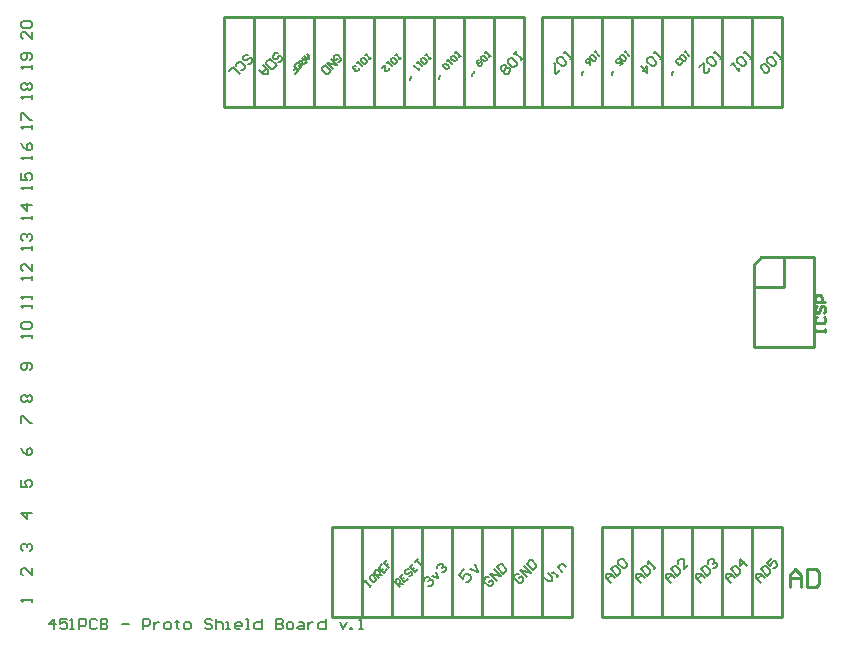
<source format=gbr>
%FSTAX23Y23*%
%MOIN*%
%SFA1B1*%

%IPPOS*%
%ADD16C,0.010000*%
%ADD17C,0.007870*%
%ADD18C,0.005000*%
%LN451PCB-COM_Arduino_ProtoShield_Board_v1_legend_top*%
%LPD*%
G54D16*
X0069Y0175D02*
Y0205D01*
X0079Y0175D02*
Y0205D01*
X0089Y0175D02*
Y0205D01*
X0099Y0175D02*
Y0205D01*
X0109Y0175D02*
Y0205D01*
X0119Y0175D02*
Y0205D01*
X0129Y0175D02*
Y0205D01*
X0139Y0175D02*
Y0205D01*
X0149Y0175D02*
Y0205D01*
X0159Y0175D02*
Y0205D01*
X0169Y0175D02*
Y0205D01*
X0175Y0175D02*
Y0205D01*
X0185Y0175D02*
Y0205D01*
X0195Y0175D02*
Y0205D01*
X0205Y0175D02*
Y0205D01*
X0215Y0175D02*
Y0205D01*
X0225Y0175D02*
Y0205D01*
X0235Y0175D02*
Y0205D01*
X0245Y0175D02*
Y0205D01*
X0255Y0175D02*
Y0205D01*
Y0005D02*
Y0035D01*
X0245Y0005D02*
Y0035D01*
X0235Y0005D02*
Y0035D01*
X0225Y0005D02*
Y0035D01*
X0215Y0005D02*
Y0035D01*
X0205Y0005D02*
Y0035D01*
X0195Y0005D02*
Y0035D01*
X0185Y0005D02*
Y0035D01*
X0175Y0005D02*
Y0035D01*
X0165Y0005D02*
Y0035D01*
X0155Y0005D02*
Y0035D01*
X0145Y0005D02*
Y0035D01*
X0135Y0005D02*
Y0035D01*
X0125Y0005D02*
Y0035D01*
X0105Y0005D02*
Y0035D01*
X0115Y0005D02*
Y0035D01*
X0169Y0175D02*
Y0185D01*
X0159Y0175D02*
X0169D01*
X0069D02*
Y0185D01*
Y0175D02*
X0159D01*
X0169Y0195D02*
Y0205D01*
X0069D02*
X0159D01*
X0069Y0195D02*
Y0205D01*
X0159D02*
X0169D01*
X0165Y0175D02*
X0255D01*
X0175D02*
Y0185D01*
Y0175D02*
X0255D01*
Y0185*
X0175Y0205D02*
X0255D01*
X0175Y0195D02*
Y0205D01*
X0185Y0025D02*
Y0035D01*
X0105Y0025D02*
Y0035D01*
X0185*
Y0005D02*
Y0015D01*
X0105Y0005D02*
X0185D01*
X0248Y01248D02*
X02655D01*
X02455Y01223D02*
X0248Y01248D01*
X02455Y00948D02*
Y01223D01*
X02555Y01148D02*
Y01248D01*
X02455Y01148D02*
X02555D01*
X02655Y00948D02*
Y01248D01*
X02455Y00948D02*
X02655D01*
X0165Y0035D02*
X0175D01*
X0195Y0025D02*
Y003D01*
X0205Y0035D02*
X0255D01*
Y0025D02*
Y0035D01*
X0195D02*
X0205D01*
X0195Y003D02*
Y0035D01*
Y0005D02*
Y001D01*
Y0005D02*
X0205D01*
X0255D02*
Y0015D01*
X0205Y0005D02*
X0255D01*
X0195Y001D02*
Y0015D01*
X02575D02*
Y00189D01*
X02594Y00209*
X02614Y00189*
Y0015*
Y00179*
X02575*
X02634Y00209D02*
Y0015D01*
X02664*
X02674Y0016*
Y00199*
X02664Y00209*
X02634*
G54D17*
X0005Y001D02*
Y00111D01*
Y00105*
X00014*
X0002Y001*
Y00271D02*
X00014Y00277D01*
Y00288*
X0002Y00294*
X00026*
X00032Y00288*
Y00283*
Y00288*
X00038Y00294*
X00044*
X0005Y00288*
Y00277*
X00044Y00271*
X0005Y00395D02*
X00014D01*
X00032Y00377*
Y00401*
X00014Y00507D02*
Y00483D01*
X00032*
X00026Y00495*
Y00501*
X00032Y00507*
X00044*
X0005Y00501*
Y00489*
X00044Y00483*
X00014Y00613D02*
X0002Y00601D01*
X00032Y0059*
X00044*
X0005Y00595*
Y00607*
X00044Y00613*
X00038*
X00032Y00607*
Y0059*
X00014Y00696D02*
Y00719D01*
X0002*
X00044Y00696*
X0005*
X0002Y00767D02*
X00014Y00773D01*
Y00784*
X0002Y0079*
X00026*
X00032Y00784*
X00038Y0079*
X00044*
X0005Y00784*
Y00773*
X00044Y00767*
X00038*
X00032Y00773*
X00026Y00767*
X0002*
X00044Y00873D02*
X0005Y00879D01*
Y00891*
X00044Y00896*
X0002*
X00014Y00891*
Y00879*
X0002Y00873*
X00026*
X00032Y00879*
Y00896*
X0005Y00979D02*
Y00991D01*
Y00985*
X00014*
X0002Y00979*
Y01009D02*
X00014Y01015D01*
Y01026*
X0002Y01032*
X00044*
X0005Y01026*
Y01015*
X00044Y01009*
X0002*
X0005Y0108D02*
Y01091D01*
Y01085*
X00014*
X0002Y0108*
X0005Y01109D02*
Y01121D01*
Y01115*
X00014*
X0002Y01109*
X0005Y01174D02*
Y01186D01*
Y0118*
X00014*
X0002Y01174*
X0005Y01227D02*
Y01203D01*
X00026Y01227*
X0002*
X00014Y01221*
Y01209*
X0002Y01203*
X0005Y01274D02*
Y01286D01*
Y0128*
X00014*
X0002Y01274*
Y01304D02*
X00014Y0131D01*
Y01322*
X0002Y01327*
X00026*
X00032Y01322*
Y01316*
Y01322*
X00038Y01327*
X00044*
X0005Y01322*
Y0131*
X00044Y01304*
X0005Y01375D02*
Y01386D01*
Y01381*
X00014*
X0002Y01375*
X0005Y01422D02*
X00014D01*
X00032Y01404*
Y01428*
X0005Y01475D02*
Y01487D01*
Y01481*
X00014*
X0002Y01475*
X00014Y01528D02*
Y01505D01*
X00032*
X00026Y01516*
Y01522*
X00032Y01528*
X00044*
X0005Y01522*
Y0151*
X00044Y01505*
X0005Y01575D02*
Y01587D01*
Y01581*
X00014*
X0002Y01575*
X00014Y01629D02*
X0002Y01617D01*
X00032Y01605*
X00044*
X0005Y01611*
Y01623*
X00044Y01629*
X00038*
X00032Y01623*
Y01605*
X0005Y01676D02*
Y01688D01*
Y01682*
X00014*
X0002Y01676*
X00014Y01705D02*
Y01729D01*
X0002*
X00044Y01705*
X0005*
Y01776D02*
Y01788D01*
Y01782*
X00014*
X0002Y01776*
Y01806D02*
X00014Y01812D01*
Y01823*
X0002Y01829*
X00026*
X00032Y01823*
X00038Y01829*
X00044*
X0005Y01823*
Y01812*
X00044Y01806*
X00038*
X00032Y01812*
X00026Y01806*
X0002*
X0005Y01876D02*
Y01888D01*
Y01882*
X00014*
X0002Y01876*
X00044Y01906D02*
X0005Y01912D01*
Y01924*
X00044Y0193*
X0002*
X00014Y01924*
Y01912*
X0002Y01906*
X00026*
X00032Y01912*
Y0193*
X0005Y02D02*
Y01977D01*
X00026Y02*
X0002*
X00014Y01995*
Y01983*
X0002Y01977*
Y02012D02*
X00014Y02018D01*
Y0203*
X0002Y02036*
X00044*
X0005Y0203*
Y02018*
X00044Y02012*
X0002*
X01068Y01898D02*
X01074D01*
X01081Y01905*
Y01911*
X01068Y01924*
X01061*
X01055Y01918*
Y01911*
X01061Y01905*
X01068Y01911*
X01045Y01908D02*
X01065Y01888D01*
X01032Y01895*
X01052Y01875*
X01045Y01869D02*
X01026Y01888D01*
X01016Y01879*
Y01872*
X01029Y01859*
X01035*
X01045Y01869*
X01687Y01912D02*
X01679Y01905D01*
X01683Y01909*
X01661Y01931*
X01665Y01935*
X01657Y01927*
Y01883D02*
X01665Y0189D01*
Y01897*
X0165Y01912*
X01642*
X01635Y01905*
Y01897*
X0165Y01883*
X01657*
X01642Y01875D02*
Y01868D01*
X01635Y0186*
X01627*
X01624Y01864*
Y01871*
X01616*
X01613Y01875*
Y01883*
X0162Y0189*
X01627*
X01631Y01886*
Y01879*
X01639*
X01642Y01875*
X01631Y01879D02*
X01624Y01871D01*
X01852Y01915D02*
X01844Y01908D01*
X01848Y01911*
X01826Y01934*
X0183Y01937*
X01822Y0193*
Y01885D02*
X0183Y01893D01*
Y019*
X01815Y01915*
X01807*
X018Y01908*
Y019*
X01815Y01885*
X01822*
X01811Y01874D02*
X01796Y0186D01*
X01792Y01863*
Y01893*
X01789Y01897*
X02152Y01915D02*
X02144Y01908D01*
X02148Y01911*
X02126Y01934*
X0213Y01937*
X02122Y0193*
Y01885D02*
X0213Y01893D01*
Y019*
X02115Y01915*
X02107*
X021Y01908*
Y019*
X02115Y01885*
X02122*
X02078D02*
X021Y01863D01*
Y01885*
X02085Y01871*
X02352Y01915D02*
X02344Y01908D01*
X02348Y01911*
X02326Y01934*
X0233Y01937*
X02322Y0193*
Y01885D02*
X0233Y01893D01*
Y019*
X02315Y01915*
X02307*
X023Y01908*
Y019*
X02315Y01885*
X02322*
X02274Y01882D02*
X02289Y01897D01*
Y01867*
X02292Y01863*
X023*
X02307Y01871*
Y01878*
X02452Y01915D02*
X02444Y01908D01*
X02448Y01911*
X02426Y01934*
X0243Y01937*
X02422Y0193*
Y01885D02*
X0243Y01893D01*
Y019*
X02415Y01915*
X02407*
X024Y01908*
Y019*
X02415Y01885*
X02422*
X02389Y01897D02*
X02381Y01889D01*
X02385Y01893*
X02407Y01871*
Y01878*
X02552Y01915D02*
X02544Y01908D01*
X02548Y01911*
X02526Y01934*
X0253Y01937*
X02522Y0193*
Y01885D02*
X0253Y01893D01*
Y019*
X02515Y01915*
X02507*
X025Y01908*
Y019*
X02515Y01885*
X02522*
X02507Y01878D02*
Y01871D01*
X025Y01863*
X02492*
X02478Y01878*
Y01885*
X02485Y01893*
X02492*
X02507Y01878*
X0149Y00208D02*
X01472Y00189D01*
X01486Y00175*
X0149Y00189*
X01495Y00194*
X01504*
X01513Y00185*
Y00175*
X01504Y00166*
X01495*
X01509Y00208D02*
X01537Y00199D01*
X01527Y00227*
X01356Y00168D02*
Y00175D01*
X01363Y00183*
X01371*
X01375Y00179*
Y00172*
X01371Y00168*
X01375Y00172*
X01382*
X01386Y00168*
Y00161*
X01378Y00153*
X01371*
X01382Y00187D02*
X01404Y00179D01*
X01397Y00201*
X014Y00213D02*
Y0022D01*
X01408Y00227*
X01415*
X01419Y00224*
Y00216*
X01415Y00213*
X01419Y00216*
X01426*
X0143Y00213*
Y00205*
X01423Y00198*
X01415*
X00868Y01899D02*
X00876D01*
X00883Y01906*
Y01914*
X00879Y01918*
X00872*
X00865Y0191*
X00857*
X00853Y01914*
Y01921*
X00861Y01929*
X00868*
X00865Y01888D02*
X00842Y0191D01*
X00831Y01899*
Y01892*
X00846Y01877*
X00853*
X00865Y01888*
X0082D02*
X00835Y01873D01*
Y01858*
X0082*
X00805Y01873*
X00816Y01862*
X00831Y01877*
X00768Y01894D02*
X00776D01*
X00783Y01901*
Y01909*
X00779Y01913*
X00772*
X00765Y01905*
X00757*
X00753Y01909*
Y01916*
X00761Y01924*
X00768*
X00746Y01872D02*
X00753D01*
X00761Y01879*
Y01887*
X00746Y01901*
X00739*
X00731Y01894*
Y01887*
X00742Y01861D02*
X0072Y01883D01*
X00705Y01868*
G54D18*
X00965Y01927D02*
X00974Y01918D01*
Y01909*
X00965*
X00955Y01918*
X00962Y01911*
X00972Y0192*
X0095Y01913D02*
X00965Y01899D01*
X00957Y01892*
X00953*
X00948Y01897*
Y01902*
X00955Y01909*
X0095Y01904D02*
X00941D01*
Y01876D02*
X0095Y01885D01*
X00936Y01899*
X00927Y0189*
X00943Y01892D02*
X00939Y01887D01*
X00927Y01861D02*
X00936Y01871D01*
X00929Y01878*
X00924Y01873*
X00929Y01878*
X00922Y01885*
X01179Y01913D02*
X01174Y01909D01*
X01176Y01911*
X01162Y01925*
X01165Y01927*
X0116Y01923*
Y01894D02*
X01165Y01899D01*
Y01904*
X01155Y01913*
X0115*
X01146Y01909*
Y01904*
X01155Y01894*
X0116*
X01139Y01902D02*
X01134Y01897D01*
X01136Y01899*
X0115Y01885*
Y0189*
X01139Y01878D02*
Y01873D01*
X01134Y01869*
X01129*
X01127Y01871*
Y01876*
X01129Y01878*
X01127Y01876*
X01122*
X0112Y01878*
Y01883*
X01124Y01887*
X01129*
X01279Y01913D02*
X01274Y01909D01*
X01276Y01911*
X01262Y01925*
X01265Y01927*
X0126Y01923*
Y01894D02*
X01265Y01899D01*
Y01904*
X01255Y01913*
X0125*
X01246Y01909*
Y01904*
X01255Y01894*
X0126*
X01239Y01902D02*
X01234Y01897D01*
X01236Y01899*
X0125Y01885*
Y0189*
X01217Y0188D02*
X01227Y0189D01*
Y01871*
X01229Y01869*
X01234*
X01239Y01873*
Y01878*
X01379Y01913D02*
X01374Y01909D01*
X01376Y01911*
X01362Y01925*
X01365Y01927*
X0136Y01923*
Y01894D02*
X01365Y01899D01*
Y01904*
X01355Y01913*
X0135*
X01346Y01909*
Y01904*
X01355Y01894*
X0136*
X01339Y01902D02*
X01334Y01897D01*
X01336Y01899*
X0135Y01885*
Y0189*
X01327D02*
X01322Y01885D01*
X01324Y01887*
X01339Y01873*
Y01878*
X01313Y01852D02*
Y01847D01*
X01308Y01843*
Y01838*
X01479Y0192D02*
X01474Y01916D01*
X01476Y01918*
X01462Y01932*
X01465Y01935*
X0146Y0193*
Y01902D02*
X01465Y01906D01*
Y01911*
X01455Y0192*
X0145*
X01446Y01916*
Y01911*
X01455Y01902*
X0146*
X01439Y01909D02*
X01434Y01904D01*
X01436Y01906*
X0145Y01892*
Y01897*
X01439Y01885D02*
Y0188D01*
X01434Y01876*
X01429*
X0142Y01885*
Y0189*
X01424Y01894*
X01429*
X01439Y01885*
X0141Y01857D02*
Y01852D01*
X01406Y01847*
Y01843*
X01579Y0192D02*
X01574Y01916D01*
X01576Y01918*
X01562Y01932*
X01565Y01935*
X0156Y0193*
Y01902D02*
X01565Y01906D01*
Y01911*
X01555Y0192*
X0155*
X01546Y01916*
Y01911*
X01555Y01902*
X0156*
X01541Y01906D02*
X01536D01*
X01532Y01902*
Y01897*
X01541Y01887*
X01546*
X0155Y01892*
Y01897*
X01548Y01899*
X01543*
X01536Y01892*
X01522Y01869D02*
Y01864D01*
X01517Y01859*
Y01854*
X01944Y01923D02*
X01939Y01919D01*
X01941Y01921*
X01927Y01935*
X0193Y01937*
X01925Y01933*
Y01904D02*
X0193Y01909D01*
Y01914*
X0192Y01923*
X01915*
X01911Y01919*
Y01914*
X0192Y01904*
X01925*
X01908Y01888D02*
X01911Y01895D01*
Y01904*
X01906Y01909*
X01901*
X01897Y01904*
Y019*
X01899Y01897*
X01904*
X01911Y01904*
X01887Y01871D02*
Y01867D01*
X01882Y01862*
Y01857*
X02044Y01923D02*
X02039Y01919D01*
X02041Y01921*
X02027Y01935*
X0203Y01937*
X02025Y01933*
Y01904D02*
X0203Y01909D01*
Y01914*
X0202Y01923*
X02015*
X02011Y01919*
Y01914*
X0202Y01904*
X02025*
X02008Y01888D02*
X02018Y01897D01*
X02011Y01904*
X02008Y01897*
X02006Y01895*
X02001*
X01997Y019*
Y01904*
X02001Y01909*
X02006*
X01987Y01871D02*
Y01867D01*
X01982Y01862*
Y01857*
X02244Y01923D02*
X02239Y01919D01*
X02241Y01921*
X02227Y01935*
X0223Y01937*
X02225Y01933*
Y01904D02*
X0223Y01909D01*
Y01914*
X0222Y01923*
X02215*
X02211Y01919*
Y01914*
X0222Y01904*
X02225*
X02215Y019D02*
Y01895D01*
X02211Y0189*
X02206*
X02204Y01893*
Y01897*
X02206Y019*
X02204Y01897*
X02199*
X02197Y019*
Y01904*
X02201Y01909*
X02206*
X02187Y01871D02*
Y01867D01*
X02182Y01862*
Y01857*
X01275Y0015D02*
X01258Y00166D01*
X01266Y00175*
X01272*
X01277Y00169*
Y00163*
X01269Y00155*
X01275Y00161D02*
X01286D01*
Y00194D02*
X01275Y00183D01*
X01291Y00166*
X01302Y00177*
X01283Y00175D02*
X01288Y0018D01*
X01305Y00208D02*
X013D01*
X01294Y00202*
Y00197*
X01297Y00194*
X01302*
X01308Y002*
X01313*
X01316Y00197*
Y00191*
X01311Y00186*
X01305*
X01319Y00227D02*
X01308Y00216D01*
X01325Y002*
X01336Y00211*
X01316Y00208D02*
X01322Y00214D01*
X01325Y00233D02*
X01336Y00244D01*
X0133Y00239*
X01347Y00222*
X01158Y00166D02*
X01163Y00172D01*
X01161Y00169*
X01177Y00152*
X01175Y0015*
X0118Y00155*
Y00188D02*
X01175Y00183D01*
Y00177*
X01186Y00166*
X01191*
X01197Y00172*
Y00177*
X01186Y00188*
X0118*
X01205Y0018D02*
X01188Y00197D01*
X01197Y00205*
X01202*
X01208Y002*
Y00194*
X012Y00186*
X01205Y00191D02*
X01216D01*
Y00225D02*
X01205Y00214D01*
X01222Y00197*
X01233Y00208*
X01213Y00205D02*
X01219Y00211D01*
X01233Y00241D02*
X01222Y0023D01*
X0123Y00222*
X01236Y00227*
X0123Y00222*
X01239Y00214*
G54D17*
X00124Y00008D02*
Y00044D01*
X00107Y00026*
X0013*
X00166Y00044D02*
X00142D01*
Y00026*
X00154Y00032*
X0016*
X00166Y00026*
Y00014*
X0016Y00008*
X00148*
X00142Y00014*
X00177Y00008D02*
X00189D01*
X00183*
Y00044*
X00177Y00038*
X00207Y00008D02*
Y00044D01*
X00225*
X00231Y00038*
Y00026*
X00225Y0002*
X00207*
X00266Y00038D02*
X0026Y00044D01*
X00248*
X00242Y00038*
Y00014*
X00248Y00008*
X0026*
X00266Y00014*
X00278Y00044D02*
Y00008D01*
X00296*
X00301Y00014*
Y0002*
X00296Y00026*
X00278*
X00296*
X00301Y00032*
Y00038*
X00296Y00044*
X00278*
X00349Y00026D02*
X00372D01*
X00419Y00008D02*
Y00044D01*
X00437*
X00443Y00038*
Y00026*
X00437Y0002*
X00419*
X00455Y00032D02*
Y00008D01*
Y0002*
X00461Y00026*
X00467Y00032*
X00473*
X00496Y00008D02*
X00508D01*
X00514Y00014*
Y00026*
X00508Y00032*
X00496*
X0049Y00026*
Y00014*
X00496Y00008*
X00532Y00038D02*
Y00032D01*
X00526*
X00538*
X00532*
Y00014*
X00538Y00008*
X00561D02*
X00573D01*
X00579Y00014*
Y00026*
X00573Y00032*
X00561*
X00555Y00026*
Y00014*
X00561Y00008*
X0065Y00038D02*
X00644Y00044D01*
X00632*
X00626Y00038*
Y00032*
X00632Y00026*
X00644*
X0065Y0002*
Y00014*
X00644Y00008*
X00632*
X00626Y00014*
X00662Y00044D02*
Y00008D01*
Y00026*
X00667Y00032*
X00679*
X00685Y00026*
Y00008*
X00697D02*
X00709D01*
X00703*
Y00032*
X00697*
X00744Y00008D02*
X00732D01*
X00726Y00014*
Y00026*
X00732Y00032*
X00744*
X0075Y00026*
Y0002*
X00726*
X00762Y00008D02*
X00774D01*
X00768*
Y00044*
X00762*
X00815D02*
Y00008D01*
X00797*
X00791Y00014*
Y00026*
X00797Y00032*
X00815*
X00862Y00044D02*
Y00008D01*
X0088*
X00886Y00014*
Y0002*
X0088Y00026*
X00862*
X0088*
X00886Y00032*
Y00038*
X0088Y00044*
X00862*
X00904Y00008D02*
X00915D01*
X00921Y00014*
Y00026*
X00915Y00032*
X00904*
X00898Y00026*
Y00014*
X00904Y00008*
X00939Y00032D02*
X00951D01*
X00957Y00026*
Y00008*
X00939*
X00933Y00014*
X00939Y0002*
X00957*
X00969Y00032D02*
Y00008D01*
Y0002*
X00974Y00026*
X0098Y00032*
X00986*
X01028Y00044D02*
Y00008D01*
X0101*
X01004Y00014*
Y00026*
X0101Y00032*
X01028*
X01075D02*
X01087Y00008D01*
X01098Y00032*
X0111Y00008D02*
Y00014D01*
X01116*
Y00008*
X0111*
X0114D02*
X01152D01*
X01146*
Y00044*
X0114Y00038*
X0005Y00212D02*
Y00188D01*
X00026Y00212*
X0002*
X00014Y00206*
Y00194*
X0002Y00188*
X01598Y0017D02*
X01576Y00193D01*
X01613Y00185*
X0159Y00208*
X01598Y00215D02*
X0162Y00193D01*
X01631Y00204*
Y00211*
X01616Y00226*
X01609*
X01598Y00215*
X01572Y00182D02*
X01564D01*
X01557Y00174*
Y00167*
X01572Y00152*
X01579*
X01587Y00159*
Y00167*
X01579Y00174*
X01572Y00167*
X01672Y00194D02*
X01664D01*
X01657Y00186*
Y00179*
X01672Y00164*
X01679*
X01687Y00171*
Y00179*
X01679Y00186*
X01672Y00179*
X01698Y00183D02*
X01676Y00205D01*
X01713Y00197*
X0169Y0022*
X01698Y00227D02*
X0172Y00205D01*
X01731Y00216*
Y00223*
X01716Y00238*
X01709*
X01698Y00227*
X01753Y00183D02*
X01768Y00168D01*
X01783*
Y00183*
X01768Y00197*
X01798Y00183D02*
X01805Y0019D01*
X01802Y00186*
X01787Y00201*
X01783Y00197*
X01816Y00201D02*
X01802Y00216D01*
X01813Y00227*
X0182*
X01831Y00216*
X01978Y00164D02*
X01963Y00179D01*
Y00194*
X01978*
X01993Y00179*
X01982Y0019*
X01967Y00175*
X01978Y00209D02*
X02Y00186D01*
X02011Y00197*
Y00205*
X01997Y0022*
X01989*
X01978Y00209*
X02004Y00227D02*
Y00235D01*
X02011Y00242*
X02019*
X02034Y00227*
Y0022*
X02026Y00212*
X02019*
X02004Y00227*
X02078Y00164D02*
X02063Y00179D01*
Y00194*
X02078*
X02093Y00179*
X02082Y0019*
X02067Y00175*
X02078Y00209D02*
X021Y00186D01*
X02111Y00197*
Y00205*
X02097Y0022*
X02089*
X02078Y00209*
X02123D02*
X0213Y00216D01*
X02126Y00212*
X02104Y00235*
Y00227*
X02178Y00164D02*
X02163Y00179D01*
Y00194*
X02178*
X02193Y00179*
X02182Y0019*
X02167Y00175*
X02178Y00209D02*
X022Y00186D01*
X02211Y00197*
Y00205*
X02197Y0022*
X02189*
X02178Y00209*
X02237Y00223D02*
X02223Y00209D01*
Y00238*
X02219Y00242*
X02211*
X02204Y00235*
X02204Y00227*
X02278Y00164D02*
X02263Y00179D01*
Y00194*
X02278*
X02293Y00179*
X02282Y0019*
X02267Y00175*
X02304Y00227D02*
Y00235D01*
X02311Y00242*
X02319*
X02323Y00238*
Y00231*
X02319Y00227*
X02323Y00231*
X0233*
X02334Y00227*
Y0022*
X02326Y00212*
X02319*
X02278Y00209D02*
X023Y00186D01*
X02311Y00197*
Y00205*
X02297Y0022*
X02289*
X02278Y00209*
X02378Y00164D02*
X02363Y00179D01*
Y00194*
X02378*
X02393Y00179*
X02382Y0019*
X02367Y00175*
X02378Y00209D02*
X024Y00186D01*
X02411Y00197*
Y00205*
X02397Y0022*
X02389*
X02378Y00209*
X02434Y0022D02*
X02411Y00242D01*
Y0022*
X02426Y00235*
X02478Y00164D02*
X02463Y00179D01*
Y00194*
X02478*
X02493Y00179*
X02482Y0019*
X02467Y00175*
X02478Y00209D02*
X025Y00186D01*
X02511Y00197*
Y00205*
X02497Y0022*
X02489*
X02478Y00209*
X02515Y00246D02*
X025Y00231D01*
X02511Y0022*
X02515Y00231*
X02519Y00235*
X02526*
X02534Y00227*
Y0022*
X02526Y00212*
X02519*
G54D16*
X02659Y00998D02*
Y0101D01*
Y01004*
X02694*
Y00998*
Y0101*
X02665Y01051D02*
X02659Y01045D01*
Y01034*
X02665Y01028*
X02689*
X02694Y01034*
Y01045*
X02689Y01051*
X02665Y01087D02*
X02659Y01081D01*
Y01069*
X02665Y01063*
X02671*
X02677Y01069*
Y01081*
X02683Y01087*
X02689*
X02694Y01081*
Y01069*
X02689Y01063*
X02694Y01099D02*
X02659D01*
Y01116*
X02665Y01122*
X02677*
X02683Y01116*
Y01099*
M02*
</source>
